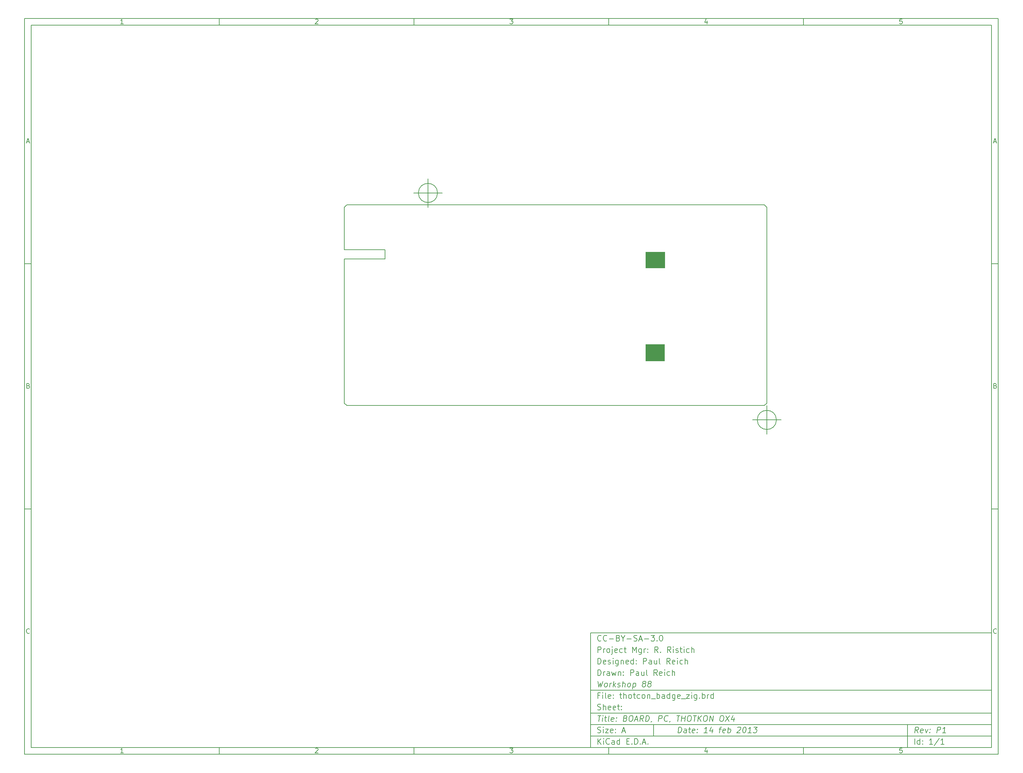
<source format=gbp>
G04 (created by PCBNEW (2012-11-15 BZR 3804)-stable) date Thu 14 Feb 2013 00:34:17 CST*
%MOIN*%
G04 Gerber Fmt 3.4, Leading zero omitted, Abs format*
%FSLAX34Y34*%
G01*
G70*
G90*
G04 APERTURE LIST*
%ADD10C,0.006*%
%ADD11C,0.00590551*%
%ADD12R,0.2X0.1*%
%ADD13C,0.002*%
%ADD14C,0.005*%
G04 APERTURE END LIST*
G54D10*
X-38750Y36250D02*
X63250Y36250D01*
X63250Y-40750D01*
X-38750Y-40750D01*
X-38750Y36250D01*
X-38050Y35550D02*
X62550Y35550D01*
X62550Y-40050D01*
X-38050Y-40050D01*
X-38050Y35550D01*
X-18350Y36250D02*
X-18350Y35550D01*
X-28407Y35697D02*
X-28692Y35697D01*
X-28550Y35697D02*
X-28550Y36197D01*
X-28597Y36126D01*
X-28645Y36078D01*
X-28692Y36054D01*
X-18350Y-40750D02*
X-18350Y-40050D01*
X-28407Y-40602D02*
X-28692Y-40602D01*
X-28550Y-40602D02*
X-28550Y-40102D01*
X-28597Y-40173D01*
X-28645Y-40221D01*
X-28692Y-40245D01*
X2050Y36250D02*
X2050Y35550D01*
X-8292Y36150D02*
X-8269Y36173D01*
X-8221Y36197D01*
X-8102Y36197D01*
X-8054Y36173D01*
X-8030Y36150D01*
X-8007Y36102D01*
X-8007Y36054D01*
X-8030Y35983D01*
X-8316Y35697D01*
X-8007Y35697D01*
X2050Y-40750D02*
X2050Y-40050D01*
X-8292Y-40150D02*
X-8269Y-40126D01*
X-8221Y-40102D01*
X-8102Y-40102D01*
X-8054Y-40126D01*
X-8030Y-40150D01*
X-8007Y-40197D01*
X-8007Y-40245D01*
X-8030Y-40316D01*
X-8316Y-40602D01*
X-8007Y-40602D01*
X22450Y36250D02*
X22450Y35550D01*
X12083Y36197D02*
X12392Y36197D01*
X12226Y36007D01*
X12297Y36007D01*
X12345Y35983D01*
X12369Y35959D01*
X12392Y35911D01*
X12392Y35792D01*
X12369Y35745D01*
X12345Y35721D01*
X12297Y35697D01*
X12154Y35697D01*
X12107Y35721D01*
X12083Y35745D01*
X22450Y-40750D02*
X22450Y-40050D01*
X12083Y-40102D02*
X12392Y-40102D01*
X12226Y-40292D01*
X12297Y-40292D01*
X12345Y-40316D01*
X12369Y-40340D01*
X12392Y-40388D01*
X12392Y-40507D01*
X12369Y-40554D01*
X12345Y-40578D01*
X12297Y-40602D01*
X12154Y-40602D01*
X12107Y-40578D01*
X12083Y-40554D01*
X42850Y36250D02*
X42850Y35550D01*
X32745Y36030D02*
X32745Y35697D01*
X32626Y36221D02*
X32507Y35864D01*
X32816Y35864D01*
X42850Y-40750D02*
X42850Y-40050D01*
X32745Y-40269D02*
X32745Y-40602D01*
X32626Y-40078D02*
X32507Y-40435D01*
X32816Y-40435D01*
X53169Y36197D02*
X52930Y36197D01*
X52907Y35959D01*
X52930Y35983D01*
X52978Y36007D01*
X53097Y36007D01*
X53145Y35983D01*
X53169Y35959D01*
X53192Y35911D01*
X53192Y35792D01*
X53169Y35745D01*
X53145Y35721D01*
X53097Y35697D01*
X52978Y35697D01*
X52930Y35721D01*
X52907Y35745D01*
X53169Y-40102D02*
X52930Y-40102D01*
X52907Y-40340D01*
X52930Y-40316D01*
X52978Y-40292D01*
X53097Y-40292D01*
X53145Y-40316D01*
X53169Y-40340D01*
X53192Y-40388D01*
X53192Y-40507D01*
X53169Y-40554D01*
X53145Y-40578D01*
X53097Y-40602D01*
X52978Y-40602D01*
X52930Y-40578D01*
X52907Y-40554D01*
X-38750Y10590D02*
X-38050Y10590D01*
X-38519Y23360D02*
X-38280Y23360D01*
X-38566Y23217D02*
X-38399Y23717D01*
X-38233Y23217D01*
X63250Y10590D02*
X62550Y10590D01*
X62780Y23360D02*
X63019Y23360D01*
X62733Y23217D02*
X62900Y23717D01*
X63066Y23217D01*
X-38750Y-15070D02*
X-38050Y-15070D01*
X-38364Y-2180D02*
X-38292Y-2204D01*
X-38269Y-2228D01*
X-38245Y-2275D01*
X-38245Y-2347D01*
X-38269Y-2394D01*
X-38292Y-2418D01*
X-38340Y-2442D01*
X-38530Y-2442D01*
X-38530Y-1942D01*
X-38364Y-1942D01*
X-38316Y-1966D01*
X-38292Y-1990D01*
X-38269Y-2037D01*
X-38269Y-2085D01*
X-38292Y-2132D01*
X-38316Y-2156D01*
X-38364Y-2180D01*
X-38530Y-2180D01*
X63250Y-15070D02*
X62550Y-15070D01*
X62935Y-2180D02*
X63007Y-2204D01*
X63030Y-2228D01*
X63054Y-2275D01*
X63054Y-2347D01*
X63030Y-2394D01*
X63007Y-2418D01*
X62959Y-2442D01*
X62769Y-2442D01*
X62769Y-1942D01*
X62935Y-1942D01*
X62983Y-1966D01*
X63007Y-1990D01*
X63030Y-2037D01*
X63030Y-2085D01*
X63007Y-2132D01*
X62983Y-2156D01*
X62935Y-2180D01*
X62769Y-2180D01*
X-38245Y-28054D02*
X-38269Y-28078D01*
X-38340Y-28102D01*
X-38388Y-28102D01*
X-38459Y-28078D01*
X-38507Y-28030D01*
X-38530Y-27983D01*
X-38554Y-27888D01*
X-38554Y-27816D01*
X-38530Y-27721D01*
X-38507Y-27673D01*
X-38459Y-27626D01*
X-38388Y-27602D01*
X-38340Y-27602D01*
X-38269Y-27626D01*
X-38245Y-27650D01*
X63054Y-28054D02*
X63030Y-28078D01*
X62959Y-28102D01*
X62911Y-28102D01*
X62840Y-28078D01*
X62792Y-28030D01*
X62769Y-27983D01*
X62745Y-27888D01*
X62745Y-27816D01*
X62769Y-27721D01*
X62792Y-27673D01*
X62840Y-27626D01*
X62911Y-27602D01*
X62959Y-27602D01*
X63030Y-27626D01*
X63054Y-27650D01*
X29700Y-38492D02*
X29775Y-37892D01*
X29917Y-37892D01*
X30000Y-37921D01*
X30050Y-37978D01*
X30071Y-38035D01*
X30085Y-38150D01*
X30075Y-38235D01*
X30032Y-38350D01*
X29996Y-38407D01*
X29932Y-38464D01*
X29842Y-38492D01*
X29700Y-38492D01*
X30557Y-38492D02*
X30596Y-38178D01*
X30575Y-38121D01*
X30521Y-38092D01*
X30407Y-38092D01*
X30346Y-38121D01*
X30560Y-38464D02*
X30500Y-38492D01*
X30357Y-38492D01*
X30303Y-38464D01*
X30282Y-38407D01*
X30289Y-38350D01*
X30325Y-38292D01*
X30385Y-38264D01*
X30528Y-38264D01*
X30589Y-38235D01*
X30807Y-38092D02*
X31035Y-38092D01*
X30917Y-37892D02*
X30853Y-38407D01*
X30875Y-38464D01*
X30928Y-38492D01*
X30985Y-38492D01*
X31417Y-38464D02*
X31357Y-38492D01*
X31242Y-38492D01*
X31189Y-38464D01*
X31167Y-38407D01*
X31196Y-38178D01*
X31232Y-38121D01*
X31292Y-38092D01*
X31407Y-38092D01*
X31460Y-38121D01*
X31482Y-38178D01*
X31475Y-38235D01*
X31182Y-38292D01*
X31707Y-38435D02*
X31732Y-38464D01*
X31700Y-38492D01*
X31675Y-38464D01*
X31707Y-38435D01*
X31700Y-38492D01*
X31746Y-38121D02*
X31771Y-38150D01*
X31739Y-38178D01*
X31714Y-38150D01*
X31746Y-38121D01*
X31739Y-38178D01*
X32757Y-38492D02*
X32414Y-38492D01*
X32585Y-38492D02*
X32660Y-37892D01*
X32592Y-37978D01*
X32528Y-38035D01*
X32467Y-38064D01*
X33321Y-38092D02*
X33271Y-38492D01*
X33207Y-37864D02*
X33010Y-38292D01*
X33382Y-38292D01*
X34007Y-38092D02*
X34235Y-38092D01*
X34042Y-38492D02*
X34107Y-37978D01*
X34142Y-37921D01*
X34203Y-37892D01*
X34260Y-37892D01*
X34617Y-38464D02*
X34557Y-38492D01*
X34442Y-38492D01*
X34389Y-38464D01*
X34367Y-38407D01*
X34396Y-38178D01*
X34432Y-38121D01*
X34492Y-38092D01*
X34607Y-38092D01*
X34660Y-38121D01*
X34682Y-38178D01*
X34675Y-38235D01*
X34382Y-38292D01*
X34900Y-38492D02*
X34975Y-37892D01*
X34946Y-38121D02*
X35007Y-38092D01*
X35121Y-38092D01*
X35175Y-38121D01*
X35200Y-38150D01*
X35221Y-38207D01*
X35200Y-38378D01*
X35164Y-38435D01*
X35132Y-38464D01*
X35071Y-38492D01*
X34957Y-38492D01*
X34903Y-38464D01*
X35939Y-37950D02*
X35971Y-37921D01*
X36032Y-37892D01*
X36175Y-37892D01*
X36228Y-37921D01*
X36253Y-37950D01*
X36275Y-38007D01*
X36267Y-38064D01*
X36228Y-38150D01*
X35842Y-38492D01*
X36214Y-38492D01*
X36660Y-37892D02*
X36717Y-37892D01*
X36771Y-37921D01*
X36796Y-37950D01*
X36817Y-38007D01*
X36832Y-38121D01*
X36814Y-38264D01*
X36771Y-38378D01*
X36735Y-38435D01*
X36703Y-38464D01*
X36642Y-38492D01*
X36585Y-38492D01*
X36532Y-38464D01*
X36507Y-38435D01*
X36485Y-38378D01*
X36471Y-38264D01*
X36489Y-38121D01*
X36532Y-38007D01*
X36567Y-37950D01*
X36600Y-37921D01*
X36660Y-37892D01*
X37357Y-38492D02*
X37014Y-38492D01*
X37185Y-38492D02*
X37260Y-37892D01*
X37192Y-37978D01*
X37128Y-38035D01*
X37067Y-38064D01*
X37632Y-37892D02*
X38003Y-37892D01*
X37775Y-38121D01*
X37860Y-38121D01*
X37914Y-38150D01*
X37939Y-38178D01*
X37960Y-38235D01*
X37942Y-38378D01*
X37907Y-38435D01*
X37875Y-38464D01*
X37814Y-38492D01*
X37642Y-38492D01*
X37589Y-38464D01*
X37564Y-38435D01*
X21292Y-39692D02*
X21292Y-39092D01*
X21635Y-39692D02*
X21378Y-39350D01*
X21635Y-39092D02*
X21292Y-39435D01*
X21892Y-39692D02*
X21892Y-39292D01*
X21892Y-39092D02*
X21864Y-39121D01*
X21892Y-39150D01*
X21921Y-39121D01*
X21892Y-39092D01*
X21892Y-39150D01*
X22521Y-39635D02*
X22492Y-39664D01*
X22407Y-39692D01*
X22350Y-39692D01*
X22264Y-39664D01*
X22207Y-39607D01*
X22178Y-39550D01*
X22150Y-39435D01*
X22150Y-39350D01*
X22178Y-39235D01*
X22207Y-39178D01*
X22264Y-39121D01*
X22350Y-39092D01*
X22407Y-39092D01*
X22492Y-39121D01*
X22521Y-39150D01*
X23035Y-39692D02*
X23035Y-39378D01*
X23007Y-39321D01*
X22950Y-39292D01*
X22835Y-39292D01*
X22778Y-39321D01*
X23035Y-39664D02*
X22978Y-39692D01*
X22835Y-39692D01*
X22778Y-39664D01*
X22750Y-39607D01*
X22750Y-39550D01*
X22778Y-39492D01*
X22835Y-39464D01*
X22978Y-39464D01*
X23035Y-39435D01*
X23578Y-39692D02*
X23578Y-39092D01*
X23578Y-39664D02*
X23521Y-39692D01*
X23407Y-39692D01*
X23350Y-39664D01*
X23321Y-39635D01*
X23292Y-39578D01*
X23292Y-39407D01*
X23321Y-39350D01*
X23350Y-39321D01*
X23407Y-39292D01*
X23521Y-39292D01*
X23578Y-39321D01*
X24321Y-39378D02*
X24521Y-39378D01*
X24607Y-39692D02*
X24321Y-39692D01*
X24321Y-39092D01*
X24607Y-39092D01*
X24864Y-39635D02*
X24892Y-39664D01*
X24864Y-39692D01*
X24835Y-39664D01*
X24864Y-39635D01*
X24864Y-39692D01*
X25149Y-39692D02*
X25149Y-39092D01*
X25292Y-39092D01*
X25378Y-39121D01*
X25435Y-39178D01*
X25464Y-39235D01*
X25492Y-39350D01*
X25492Y-39435D01*
X25464Y-39550D01*
X25435Y-39607D01*
X25378Y-39664D01*
X25292Y-39692D01*
X25149Y-39692D01*
X25749Y-39635D02*
X25778Y-39664D01*
X25749Y-39692D01*
X25721Y-39664D01*
X25749Y-39635D01*
X25749Y-39692D01*
X26007Y-39521D02*
X26292Y-39521D01*
X25949Y-39692D02*
X26149Y-39092D01*
X26349Y-39692D01*
X26549Y-39635D02*
X26578Y-39664D01*
X26549Y-39692D01*
X26521Y-39664D01*
X26549Y-39635D01*
X26549Y-39692D01*
X54842Y-38492D02*
X54678Y-38207D01*
X54500Y-38492D02*
X54575Y-37892D01*
X54803Y-37892D01*
X54857Y-37921D01*
X54882Y-37950D01*
X54903Y-38007D01*
X54892Y-38092D01*
X54857Y-38150D01*
X54825Y-38178D01*
X54764Y-38207D01*
X54535Y-38207D01*
X55332Y-38464D02*
X55271Y-38492D01*
X55157Y-38492D01*
X55103Y-38464D01*
X55082Y-38407D01*
X55110Y-38178D01*
X55146Y-38121D01*
X55207Y-38092D01*
X55321Y-38092D01*
X55375Y-38121D01*
X55396Y-38178D01*
X55389Y-38235D01*
X55096Y-38292D01*
X55607Y-38092D02*
X55700Y-38492D01*
X55892Y-38092D01*
X56078Y-38435D02*
X56103Y-38464D01*
X56071Y-38492D01*
X56046Y-38464D01*
X56078Y-38435D01*
X56071Y-38492D01*
X56117Y-38121D02*
X56142Y-38150D01*
X56110Y-38178D01*
X56085Y-38150D01*
X56117Y-38121D01*
X56110Y-38178D01*
X56814Y-38492D02*
X56889Y-37892D01*
X57117Y-37892D01*
X57171Y-37921D01*
X57196Y-37950D01*
X57217Y-38007D01*
X57207Y-38092D01*
X57171Y-38150D01*
X57139Y-38178D01*
X57078Y-38207D01*
X56850Y-38207D01*
X57728Y-38492D02*
X57385Y-38492D01*
X57557Y-38492D02*
X57632Y-37892D01*
X57564Y-37978D01*
X57500Y-38035D01*
X57439Y-38064D01*
X21264Y-38464D02*
X21350Y-38492D01*
X21492Y-38492D01*
X21550Y-38464D01*
X21578Y-38435D01*
X21607Y-38378D01*
X21607Y-38321D01*
X21578Y-38264D01*
X21550Y-38235D01*
X21492Y-38207D01*
X21378Y-38178D01*
X21321Y-38150D01*
X21292Y-38121D01*
X21264Y-38064D01*
X21264Y-38007D01*
X21292Y-37950D01*
X21321Y-37921D01*
X21378Y-37892D01*
X21521Y-37892D01*
X21607Y-37921D01*
X21864Y-38492D02*
X21864Y-38092D01*
X21864Y-37892D02*
X21835Y-37921D01*
X21864Y-37950D01*
X21892Y-37921D01*
X21864Y-37892D01*
X21864Y-37950D01*
X22092Y-38092D02*
X22407Y-38092D01*
X22092Y-38492D01*
X22407Y-38492D01*
X22864Y-38464D02*
X22807Y-38492D01*
X22692Y-38492D01*
X22635Y-38464D01*
X22607Y-38407D01*
X22607Y-38178D01*
X22635Y-38121D01*
X22692Y-38092D01*
X22807Y-38092D01*
X22864Y-38121D01*
X22892Y-38178D01*
X22892Y-38235D01*
X22607Y-38292D01*
X23150Y-38435D02*
X23178Y-38464D01*
X23150Y-38492D01*
X23121Y-38464D01*
X23150Y-38435D01*
X23150Y-38492D01*
X23150Y-38121D02*
X23178Y-38150D01*
X23150Y-38178D01*
X23121Y-38150D01*
X23150Y-38121D01*
X23150Y-38178D01*
X23864Y-38321D02*
X24150Y-38321D01*
X23807Y-38492D02*
X24007Y-37892D01*
X24207Y-38492D01*
X54492Y-39692D02*
X54492Y-39092D01*
X55035Y-39692D02*
X55035Y-39092D01*
X55035Y-39664D02*
X54978Y-39692D01*
X54864Y-39692D01*
X54807Y-39664D01*
X54778Y-39635D01*
X54750Y-39578D01*
X54750Y-39407D01*
X54778Y-39350D01*
X54807Y-39321D01*
X54864Y-39292D01*
X54978Y-39292D01*
X55035Y-39321D01*
X55321Y-39635D02*
X55350Y-39664D01*
X55321Y-39692D01*
X55292Y-39664D01*
X55321Y-39635D01*
X55321Y-39692D01*
X55321Y-39321D02*
X55350Y-39350D01*
X55321Y-39378D01*
X55292Y-39350D01*
X55321Y-39321D01*
X55321Y-39378D01*
X56378Y-39692D02*
X56035Y-39692D01*
X56207Y-39692D02*
X56207Y-39092D01*
X56149Y-39178D01*
X56092Y-39235D01*
X56035Y-39264D01*
X57064Y-39064D02*
X56550Y-39835D01*
X57578Y-39692D02*
X57235Y-39692D01*
X57407Y-39692D02*
X57407Y-39092D01*
X57349Y-39178D01*
X57292Y-39235D01*
X57235Y-39264D01*
X21289Y-36692D02*
X21632Y-36692D01*
X21385Y-37292D02*
X21460Y-36692D01*
X21757Y-37292D02*
X21807Y-36892D01*
X21832Y-36692D02*
X21800Y-36721D01*
X21825Y-36750D01*
X21857Y-36721D01*
X21832Y-36692D01*
X21825Y-36750D01*
X22007Y-36892D02*
X22235Y-36892D01*
X22117Y-36692D02*
X22053Y-37207D01*
X22075Y-37264D01*
X22128Y-37292D01*
X22185Y-37292D01*
X22471Y-37292D02*
X22417Y-37264D01*
X22396Y-37207D01*
X22460Y-36692D01*
X22932Y-37264D02*
X22871Y-37292D01*
X22757Y-37292D01*
X22703Y-37264D01*
X22682Y-37207D01*
X22710Y-36978D01*
X22746Y-36921D01*
X22807Y-36892D01*
X22921Y-36892D01*
X22975Y-36921D01*
X22996Y-36978D01*
X22989Y-37035D01*
X22696Y-37092D01*
X23221Y-37235D02*
X23246Y-37264D01*
X23214Y-37292D01*
X23189Y-37264D01*
X23221Y-37235D01*
X23214Y-37292D01*
X23260Y-36921D02*
X23285Y-36950D01*
X23253Y-36978D01*
X23228Y-36950D01*
X23260Y-36921D01*
X23253Y-36978D01*
X24196Y-36978D02*
X24278Y-37007D01*
X24303Y-37035D01*
X24325Y-37092D01*
X24314Y-37178D01*
X24278Y-37235D01*
X24246Y-37264D01*
X24185Y-37292D01*
X23957Y-37292D01*
X24032Y-36692D01*
X24232Y-36692D01*
X24285Y-36721D01*
X24310Y-36750D01*
X24332Y-36807D01*
X24325Y-36864D01*
X24289Y-36921D01*
X24257Y-36950D01*
X24196Y-36978D01*
X23996Y-36978D01*
X24746Y-36692D02*
X24860Y-36692D01*
X24914Y-36721D01*
X24964Y-36778D01*
X24978Y-36892D01*
X24953Y-37092D01*
X24910Y-37207D01*
X24846Y-37264D01*
X24785Y-37292D01*
X24671Y-37292D01*
X24617Y-37264D01*
X24567Y-37207D01*
X24553Y-37092D01*
X24578Y-36892D01*
X24621Y-36778D01*
X24685Y-36721D01*
X24746Y-36692D01*
X25178Y-37121D02*
X25464Y-37121D01*
X25100Y-37292D02*
X25375Y-36692D01*
X25500Y-37292D01*
X26042Y-37292D02*
X25878Y-37007D01*
X25700Y-37292D02*
X25775Y-36692D01*
X26003Y-36692D01*
X26057Y-36721D01*
X26082Y-36750D01*
X26103Y-36807D01*
X26092Y-36892D01*
X26057Y-36950D01*
X26025Y-36978D01*
X25964Y-37007D01*
X25735Y-37007D01*
X26300Y-37292D02*
X26375Y-36692D01*
X26517Y-36692D01*
X26600Y-36721D01*
X26650Y-36778D01*
X26671Y-36835D01*
X26685Y-36950D01*
X26675Y-37035D01*
X26632Y-37150D01*
X26596Y-37207D01*
X26532Y-37264D01*
X26442Y-37292D01*
X26300Y-37292D01*
X26932Y-37264D02*
X26928Y-37292D01*
X26892Y-37350D01*
X26860Y-37378D01*
X27642Y-37292D02*
X27717Y-36692D01*
X27946Y-36692D01*
X27999Y-36721D01*
X28025Y-36750D01*
X28046Y-36807D01*
X28035Y-36892D01*
X28000Y-36950D01*
X27967Y-36978D01*
X27907Y-37007D01*
X27678Y-37007D01*
X28592Y-37235D02*
X28560Y-37264D01*
X28471Y-37292D01*
X28414Y-37292D01*
X28332Y-37264D01*
X28282Y-37207D01*
X28260Y-37150D01*
X28246Y-37035D01*
X28257Y-36950D01*
X28300Y-36835D01*
X28335Y-36778D01*
X28399Y-36721D01*
X28489Y-36692D01*
X28546Y-36692D01*
X28628Y-36721D01*
X28653Y-36750D01*
X28875Y-37264D02*
X28871Y-37292D01*
X28835Y-37350D01*
X28803Y-37378D01*
X29575Y-36692D02*
X29917Y-36692D01*
X29671Y-37292D02*
X29746Y-36692D01*
X30042Y-37292D02*
X30117Y-36692D01*
X30082Y-36978D02*
X30425Y-36978D01*
X30385Y-37292D02*
X30460Y-36692D01*
X30860Y-36692D02*
X30975Y-36692D01*
X31028Y-36721D01*
X31078Y-36778D01*
X31092Y-36892D01*
X31067Y-37092D01*
X31024Y-37207D01*
X30960Y-37264D01*
X30900Y-37292D01*
X30785Y-37292D01*
X30732Y-37264D01*
X30682Y-37207D01*
X30667Y-37092D01*
X30692Y-36892D01*
X30735Y-36778D01*
X30799Y-36721D01*
X30860Y-36692D01*
X31289Y-36692D02*
X31632Y-36692D01*
X31385Y-37292D02*
X31460Y-36692D01*
X31757Y-37292D02*
X31832Y-36692D01*
X32099Y-37292D02*
X31885Y-36950D01*
X32174Y-36692D02*
X31789Y-37035D01*
X32546Y-36692D02*
X32660Y-36692D01*
X32714Y-36721D01*
X32764Y-36778D01*
X32778Y-36892D01*
X32753Y-37092D01*
X32710Y-37207D01*
X32646Y-37264D01*
X32585Y-37292D01*
X32471Y-37292D01*
X32417Y-37264D01*
X32367Y-37207D01*
X32353Y-37092D01*
X32378Y-36892D01*
X32421Y-36778D01*
X32485Y-36721D01*
X32546Y-36692D01*
X32985Y-37292D02*
X33060Y-36692D01*
X33328Y-37292D01*
X33403Y-36692D01*
X34260Y-36692D02*
X34374Y-36692D01*
X34428Y-36721D01*
X34478Y-36778D01*
X34492Y-36892D01*
X34467Y-37092D01*
X34424Y-37207D01*
X34360Y-37264D01*
X34299Y-37292D01*
X34185Y-37292D01*
X34132Y-37264D01*
X34082Y-37207D01*
X34067Y-37092D01*
X34092Y-36892D01*
X34135Y-36778D01*
X34199Y-36721D01*
X34260Y-36692D01*
X34717Y-36692D02*
X35042Y-37292D01*
X35117Y-36692D02*
X34642Y-37292D01*
X35578Y-36892D02*
X35528Y-37292D01*
X35464Y-36664D02*
X35267Y-37092D01*
X35639Y-37092D01*
X21492Y-34578D02*
X21292Y-34578D01*
X21292Y-34892D02*
X21292Y-34292D01*
X21578Y-34292D01*
X21807Y-34892D02*
X21807Y-34492D01*
X21807Y-34292D02*
X21778Y-34321D01*
X21807Y-34350D01*
X21835Y-34321D01*
X21807Y-34292D01*
X21807Y-34350D01*
X22178Y-34892D02*
X22121Y-34864D01*
X22092Y-34807D01*
X22092Y-34292D01*
X22635Y-34864D02*
X22578Y-34892D01*
X22464Y-34892D01*
X22407Y-34864D01*
X22378Y-34807D01*
X22378Y-34578D01*
X22407Y-34521D01*
X22464Y-34492D01*
X22578Y-34492D01*
X22635Y-34521D01*
X22664Y-34578D01*
X22664Y-34635D01*
X22378Y-34692D01*
X22921Y-34835D02*
X22950Y-34864D01*
X22921Y-34892D01*
X22892Y-34864D01*
X22921Y-34835D01*
X22921Y-34892D01*
X22921Y-34521D02*
X22950Y-34550D01*
X22921Y-34578D01*
X22892Y-34550D01*
X22921Y-34521D01*
X22921Y-34578D01*
X23578Y-34492D02*
X23807Y-34492D01*
X23664Y-34292D02*
X23664Y-34807D01*
X23692Y-34864D01*
X23750Y-34892D01*
X23807Y-34892D01*
X24007Y-34892D02*
X24007Y-34292D01*
X24264Y-34892D02*
X24264Y-34578D01*
X24235Y-34521D01*
X24178Y-34492D01*
X24092Y-34492D01*
X24035Y-34521D01*
X24007Y-34550D01*
X24635Y-34892D02*
X24578Y-34864D01*
X24550Y-34835D01*
X24521Y-34778D01*
X24521Y-34607D01*
X24550Y-34550D01*
X24578Y-34521D01*
X24635Y-34492D01*
X24721Y-34492D01*
X24778Y-34521D01*
X24807Y-34550D01*
X24835Y-34607D01*
X24835Y-34778D01*
X24807Y-34835D01*
X24778Y-34864D01*
X24721Y-34892D01*
X24635Y-34892D01*
X25007Y-34492D02*
X25235Y-34492D01*
X25092Y-34292D02*
X25092Y-34807D01*
X25121Y-34864D01*
X25178Y-34892D01*
X25235Y-34892D01*
X25692Y-34864D02*
X25635Y-34892D01*
X25521Y-34892D01*
X25464Y-34864D01*
X25435Y-34835D01*
X25407Y-34778D01*
X25407Y-34607D01*
X25435Y-34550D01*
X25464Y-34521D01*
X25521Y-34492D01*
X25635Y-34492D01*
X25692Y-34521D01*
X26035Y-34892D02*
X25978Y-34864D01*
X25950Y-34835D01*
X25921Y-34778D01*
X25921Y-34607D01*
X25950Y-34550D01*
X25978Y-34521D01*
X26035Y-34492D01*
X26121Y-34492D01*
X26178Y-34521D01*
X26207Y-34550D01*
X26235Y-34607D01*
X26235Y-34778D01*
X26207Y-34835D01*
X26178Y-34864D01*
X26121Y-34892D01*
X26035Y-34892D01*
X26492Y-34492D02*
X26492Y-34892D01*
X26492Y-34550D02*
X26521Y-34521D01*
X26578Y-34492D01*
X26664Y-34492D01*
X26721Y-34521D01*
X26750Y-34578D01*
X26750Y-34892D01*
X26892Y-34950D02*
X27350Y-34950D01*
X27492Y-34892D02*
X27492Y-34292D01*
X27492Y-34521D02*
X27550Y-34492D01*
X27664Y-34492D01*
X27721Y-34521D01*
X27750Y-34550D01*
X27778Y-34607D01*
X27778Y-34778D01*
X27750Y-34835D01*
X27721Y-34864D01*
X27664Y-34892D01*
X27550Y-34892D01*
X27492Y-34864D01*
X28292Y-34892D02*
X28292Y-34578D01*
X28264Y-34521D01*
X28207Y-34492D01*
X28092Y-34492D01*
X28035Y-34521D01*
X28292Y-34864D02*
X28235Y-34892D01*
X28092Y-34892D01*
X28035Y-34864D01*
X28007Y-34807D01*
X28007Y-34750D01*
X28035Y-34692D01*
X28092Y-34664D01*
X28235Y-34664D01*
X28292Y-34635D01*
X28835Y-34892D02*
X28835Y-34292D01*
X28835Y-34864D02*
X28778Y-34892D01*
X28664Y-34892D01*
X28607Y-34864D01*
X28578Y-34835D01*
X28550Y-34778D01*
X28550Y-34607D01*
X28578Y-34550D01*
X28607Y-34521D01*
X28664Y-34492D01*
X28778Y-34492D01*
X28835Y-34521D01*
X29378Y-34492D02*
X29378Y-34978D01*
X29350Y-35035D01*
X29321Y-35064D01*
X29264Y-35092D01*
X29178Y-35092D01*
X29121Y-35064D01*
X29378Y-34864D02*
X29321Y-34892D01*
X29207Y-34892D01*
X29150Y-34864D01*
X29121Y-34835D01*
X29092Y-34778D01*
X29092Y-34607D01*
X29121Y-34550D01*
X29150Y-34521D01*
X29207Y-34492D01*
X29321Y-34492D01*
X29378Y-34521D01*
X29892Y-34864D02*
X29835Y-34892D01*
X29721Y-34892D01*
X29664Y-34864D01*
X29635Y-34807D01*
X29635Y-34578D01*
X29664Y-34521D01*
X29721Y-34492D01*
X29835Y-34492D01*
X29892Y-34521D01*
X29921Y-34578D01*
X29921Y-34635D01*
X29635Y-34692D01*
X30035Y-34950D02*
X30492Y-34950D01*
X30578Y-34492D02*
X30892Y-34492D01*
X30578Y-34892D01*
X30892Y-34892D01*
X31121Y-34892D02*
X31121Y-34492D01*
X31121Y-34292D02*
X31092Y-34321D01*
X31121Y-34350D01*
X31150Y-34321D01*
X31121Y-34292D01*
X31121Y-34350D01*
X31664Y-34492D02*
X31664Y-34978D01*
X31635Y-35035D01*
X31607Y-35064D01*
X31549Y-35092D01*
X31464Y-35092D01*
X31407Y-35064D01*
X31664Y-34864D02*
X31607Y-34892D01*
X31492Y-34892D01*
X31435Y-34864D01*
X31407Y-34835D01*
X31378Y-34778D01*
X31378Y-34607D01*
X31407Y-34550D01*
X31435Y-34521D01*
X31492Y-34492D01*
X31607Y-34492D01*
X31664Y-34521D01*
X31949Y-34835D02*
X31978Y-34864D01*
X31949Y-34892D01*
X31921Y-34864D01*
X31949Y-34835D01*
X31949Y-34892D01*
X32235Y-34892D02*
X32235Y-34292D01*
X32235Y-34521D02*
X32292Y-34492D01*
X32407Y-34492D01*
X32464Y-34521D01*
X32492Y-34550D01*
X32521Y-34607D01*
X32521Y-34778D01*
X32492Y-34835D01*
X32464Y-34864D01*
X32407Y-34892D01*
X32292Y-34892D01*
X32235Y-34864D01*
X32778Y-34892D02*
X32778Y-34492D01*
X32778Y-34607D02*
X32807Y-34550D01*
X32835Y-34521D01*
X32892Y-34492D01*
X32949Y-34492D01*
X33407Y-34892D02*
X33407Y-34292D01*
X33407Y-34864D02*
X33349Y-34892D01*
X33235Y-34892D01*
X33178Y-34864D01*
X33149Y-34835D01*
X33121Y-34778D01*
X33121Y-34607D01*
X33149Y-34550D01*
X33178Y-34521D01*
X33235Y-34492D01*
X33349Y-34492D01*
X33407Y-34521D01*
X21264Y-36064D02*
X21350Y-36092D01*
X21492Y-36092D01*
X21550Y-36064D01*
X21578Y-36035D01*
X21607Y-35978D01*
X21607Y-35921D01*
X21578Y-35864D01*
X21550Y-35835D01*
X21492Y-35807D01*
X21378Y-35778D01*
X21321Y-35750D01*
X21292Y-35721D01*
X21264Y-35664D01*
X21264Y-35607D01*
X21292Y-35550D01*
X21321Y-35521D01*
X21378Y-35492D01*
X21521Y-35492D01*
X21607Y-35521D01*
X21864Y-36092D02*
X21864Y-35492D01*
X22121Y-36092D02*
X22121Y-35778D01*
X22092Y-35721D01*
X22035Y-35692D01*
X21950Y-35692D01*
X21892Y-35721D01*
X21864Y-35750D01*
X22635Y-36064D02*
X22578Y-36092D01*
X22464Y-36092D01*
X22407Y-36064D01*
X22378Y-36007D01*
X22378Y-35778D01*
X22407Y-35721D01*
X22464Y-35692D01*
X22578Y-35692D01*
X22635Y-35721D01*
X22664Y-35778D01*
X22664Y-35835D01*
X22378Y-35892D01*
X23150Y-36064D02*
X23092Y-36092D01*
X22978Y-36092D01*
X22921Y-36064D01*
X22892Y-36007D01*
X22892Y-35778D01*
X22921Y-35721D01*
X22978Y-35692D01*
X23092Y-35692D01*
X23150Y-35721D01*
X23178Y-35778D01*
X23178Y-35835D01*
X22892Y-35892D01*
X23350Y-35692D02*
X23578Y-35692D01*
X23435Y-35492D02*
X23435Y-36007D01*
X23464Y-36064D01*
X23521Y-36092D01*
X23578Y-36092D01*
X23778Y-36035D02*
X23807Y-36064D01*
X23778Y-36092D01*
X23750Y-36064D01*
X23778Y-36035D01*
X23778Y-36092D01*
X23778Y-35721D02*
X23807Y-35750D01*
X23778Y-35778D01*
X23750Y-35750D01*
X23778Y-35721D01*
X23778Y-35778D01*
X21317Y-33092D02*
X21385Y-33692D01*
X21553Y-33264D01*
X21614Y-33692D01*
X21832Y-33092D01*
X22071Y-33692D02*
X22017Y-33664D01*
X21992Y-33635D01*
X21971Y-33578D01*
X21992Y-33407D01*
X22028Y-33350D01*
X22060Y-33321D01*
X22121Y-33292D01*
X22207Y-33292D01*
X22260Y-33321D01*
X22285Y-33350D01*
X22307Y-33407D01*
X22285Y-33578D01*
X22250Y-33635D01*
X22217Y-33664D01*
X22157Y-33692D01*
X22071Y-33692D01*
X22528Y-33692D02*
X22578Y-33292D01*
X22564Y-33407D02*
X22600Y-33350D01*
X22632Y-33321D01*
X22692Y-33292D01*
X22750Y-33292D01*
X22900Y-33692D02*
X22975Y-33092D01*
X22985Y-33464D02*
X23128Y-33692D01*
X23178Y-33292D02*
X22921Y-33521D01*
X23360Y-33664D02*
X23414Y-33692D01*
X23528Y-33692D01*
X23589Y-33664D01*
X23625Y-33607D01*
X23628Y-33578D01*
X23607Y-33521D01*
X23553Y-33492D01*
X23467Y-33492D01*
X23414Y-33464D01*
X23392Y-33407D01*
X23396Y-33378D01*
X23432Y-33321D01*
X23492Y-33292D01*
X23578Y-33292D01*
X23632Y-33321D01*
X23871Y-33692D02*
X23946Y-33092D01*
X24128Y-33692D02*
X24167Y-33378D01*
X24146Y-33321D01*
X24092Y-33292D01*
X24007Y-33292D01*
X23946Y-33321D01*
X23914Y-33350D01*
X24499Y-33692D02*
X24446Y-33664D01*
X24421Y-33635D01*
X24400Y-33578D01*
X24421Y-33407D01*
X24457Y-33350D01*
X24489Y-33321D01*
X24549Y-33292D01*
X24635Y-33292D01*
X24689Y-33321D01*
X24714Y-33350D01*
X24735Y-33407D01*
X24714Y-33578D01*
X24678Y-33635D01*
X24646Y-33664D01*
X24585Y-33692D01*
X24499Y-33692D01*
X25007Y-33292D02*
X24932Y-33892D01*
X25003Y-33321D02*
X25064Y-33292D01*
X25178Y-33292D01*
X25232Y-33321D01*
X25257Y-33350D01*
X25278Y-33407D01*
X25257Y-33578D01*
X25221Y-33635D01*
X25189Y-33664D01*
X25128Y-33692D01*
X25014Y-33692D01*
X24960Y-33664D01*
X26085Y-33350D02*
X26032Y-33321D01*
X26007Y-33292D01*
X25985Y-33235D01*
X25989Y-33207D01*
X26024Y-33150D01*
X26057Y-33121D01*
X26117Y-33092D01*
X26232Y-33092D01*
X26285Y-33121D01*
X26310Y-33150D01*
X26332Y-33207D01*
X26328Y-33235D01*
X26292Y-33292D01*
X26260Y-33321D01*
X26199Y-33350D01*
X26085Y-33350D01*
X26025Y-33378D01*
X25992Y-33407D01*
X25957Y-33464D01*
X25942Y-33578D01*
X25964Y-33635D01*
X25989Y-33664D01*
X26042Y-33692D01*
X26157Y-33692D01*
X26217Y-33664D01*
X26249Y-33635D01*
X26285Y-33578D01*
X26299Y-33464D01*
X26278Y-33407D01*
X26253Y-33378D01*
X26199Y-33350D01*
X26657Y-33350D02*
X26603Y-33321D01*
X26578Y-33292D01*
X26557Y-33235D01*
X26560Y-33207D01*
X26596Y-33150D01*
X26628Y-33121D01*
X26689Y-33092D01*
X26803Y-33092D01*
X26857Y-33121D01*
X26882Y-33150D01*
X26903Y-33207D01*
X26900Y-33235D01*
X26864Y-33292D01*
X26832Y-33321D01*
X26771Y-33350D01*
X26657Y-33350D01*
X26596Y-33378D01*
X26564Y-33407D01*
X26528Y-33464D01*
X26514Y-33578D01*
X26535Y-33635D01*
X26560Y-33664D01*
X26614Y-33692D01*
X26728Y-33692D01*
X26789Y-33664D01*
X26821Y-33635D01*
X26857Y-33578D01*
X26871Y-33464D01*
X26849Y-33407D01*
X26825Y-33378D01*
X26771Y-33350D01*
X21292Y-32492D02*
X21292Y-31892D01*
X21435Y-31892D01*
X21521Y-31921D01*
X21578Y-31978D01*
X21607Y-32035D01*
X21635Y-32150D01*
X21635Y-32235D01*
X21607Y-32350D01*
X21578Y-32407D01*
X21521Y-32464D01*
X21435Y-32492D01*
X21292Y-32492D01*
X21892Y-32492D02*
X21892Y-32092D01*
X21892Y-32207D02*
X21921Y-32150D01*
X21950Y-32121D01*
X22007Y-32092D01*
X22064Y-32092D01*
X22521Y-32492D02*
X22521Y-32178D01*
X22492Y-32121D01*
X22435Y-32092D01*
X22321Y-32092D01*
X22264Y-32121D01*
X22521Y-32464D02*
X22464Y-32492D01*
X22321Y-32492D01*
X22264Y-32464D01*
X22235Y-32407D01*
X22235Y-32350D01*
X22264Y-32292D01*
X22321Y-32264D01*
X22464Y-32264D01*
X22521Y-32235D01*
X22750Y-32092D02*
X22864Y-32492D01*
X22978Y-32207D01*
X23092Y-32492D01*
X23207Y-32092D01*
X23435Y-32092D02*
X23435Y-32492D01*
X23435Y-32150D02*
X23464Y-32121D01*
X23521Y-32092D01*
X23607Y-32092D01*
X23664Y-32121D01*
X23692Y-32178D01*
X23692Y-32492D01*
X23978Y-32435D02*
X24007Y-32464D01*
X23978Y-32492D01*
X23950Y-32464D01*
X23978Y-32435D01*
X23978Y-32492D01*
X23978Y-32121D02*
X24007Y-32150D01*
X23978Y-32178D01*
X23950Y-32150D01*
X23978Y-32121D01*
X23978Y-32178D01*
X24721Y-32492D02*
X24721Y-31892D01*
X24950Y-31892D01*
X25007Y-31921D01*
X25035Y-31950D01*
X25064Y-32007D01*
X25064Y-32092D01*
X25035Y-32150D01*
X25007Y-32178D01*
X24950Y-32207D01*
X24721Y-32207D01*
X25578Y-32492D02*
X25578Y-32178D01*
X25550Y-32121D01*
X25492Y-32092D01*
X25378Y-32092D01*
X25321Y-32121D01*
X25578Y-32464D02*
X25521Y-32492D01*
X25378Y-32492D01*
X25321Y-32464D01*
X25292Y-32407D01*
X25292Y-32350D01*
X25321Y-32292D01*
X25378Y-32264D01*
X25521Y-32264D01*
X25578Y-32235D01*
X26121Y-32092D02*
X26121Y-32492D01*
X25864Y-32092D02*
X25864Y-32407D01*
X25892Y-32464D01*
X25949Y-32492D01*
X26035Y-32492D01*
X26092Y-32464D01*
X26121Y-32435D01*
X26492Y-32492D02*
X26435Y-32464D01*
X26407Y-32407D01*
X26407Y-31892D01*
X27521Y-32492D02*
X27321Y-32207D01*
X27178Y-32492D02*
X27178Y-31892D01*
X27407Y-31892D01*
X27464Y-31921D01*
X27492Y-31950D01*
X27521Y-32007D01*
X27521Y-32092D01*
X27492Y-32150D01*
X27464Y-32178D01*
X27407Y-32207D01*
X27178Y-32207D01*
X28007Y-32464D02*
X27950Y-32492D01*
X27835Y-32492D01*
X27778Y-32464D01*
X27750Y-32407D01*
X27750Y-32178D01*
X27778Y-32121D01*
X27835Y-32092D01*
X27950Y-32092D01*
X28007Y-32121D01*
X28035Y-32178D01*
X28035Y-32235D01*
X27750Y-32292D01*
X28292Y-32492D02*
X28292Y-32092D01*
X28292Y-31892D02*
X28264Y-31921D01*
X28292Y-31950D01*
X28321Y-31921D01*
X28292Y-31892D01*
X28292Y-31950D01*
X28835Y-32464D02*
X28778Y-32492D01*
X28664Y-32492D01*
X28607Y-32464D01*
X28578Y-32435D01*
X28550Y-32378D01*
X28550Y-32207D01*
X28578Y-32150D01*
X28607Y-32121D01*
X28664Y-32092D01*
X28778Y-32092D01*
X28835Y-32121D01*
X29092Y-32492D02*
X29092Y-31892D01*
X29350Y-32492D02*
X29350Y-32178D01*
X29321Y-32121D01*
X29264Y-32092D01*
X29178Y-32092D01*
X29121Y-32121D01*
X29092Y-32150D01*
X21292Y-31292D02*
X21292Y-30692D01*
X21435Y-30692D01*
X21521Y-30721D01*
X21578Y-30778D01*
X21607Y-30835D01*
X21635Y-30950D01*
X21635Y-31035D01*
X21607Y-31150D01*
X21578Y-31207D01*
X21521Y-31264D01*
X21435Y-31292D01*
X21292Y-31292D01*
X22121Y-31264D02*
X22064Y-31292D01*
X21950Y-31292D01*
X21892Y-31264D01*
X21864Y-31207D01*
X21864Y-30978D01*
X21892Y-30921D01*
X21950Y-30892D01*
X22064Y-30892D01*
X22121Y-30921D01*
X22150Y-30978D01*
X22150Y-31035D01*
X21864Y-31092D01*
X22378Y-31264D02*
X22435Y-31292D01*
X22550Y-31292D01*
X22607Y-31264D01*
X22635Y-31207D01*
X22635Y-31178D01*
X22607Y-31121D01*
X22550Y-31092D01*
X22464Y-31092D01*
X22407Y-31064D01*
X22378Y-31007D01*
X22378Y-30978D01*
X22407Y-30921D01*
X22464Y-30892D01*
X22550Y-30892D01*
X22607Y-30921D01*
X22892Y-31292D02*
X22892Y-30892D01*
X22892Y-30692D02*
X22864Y-30721D01*
X22892Y-30750D01*
X22921Y-30721D01*
X22892Y-30692D01*
X22892Y-30750D01*
X23435Y-30892D02*
X23435Y-31378D01*
X23407Y-31435D01*
X23378Y-31464D01*
X23321Y-31492D01*
X23235Y-31492D01*
X23178Y-31464D01*
X23435Y-31264D02*
X23378Y-31292D01*
X23264Y-31292D01*
X23207Y-31264D01*
X23178Y-31235D01*
X23150Y-31178D01*
X23150Y-31007D01*
X23178Y-30950D01*
X23207Y-30921D01*
X23264Y-30892D01*
X23378Y-30892D01*
X23435Y-30921D01*
X23721Y-30892D02*
X23721Y-31292D01*
X23721Y-30950D02*
X23750Y-30921D01*
X23807Y-30892D01*
X23892Y-30892D01*
X23950Y-30921D01*
X23978Y-30978D01*
X23978Y-31292D01*
X24492Y-31264D02*
X24435Y-31292D01*
X24321Y-31292D01*
X24264Y-31264D01*
X24235Y-31207D01*
X24235Y-30978D01*
X24264Y-30921D01*
X24321Y-30892D01*
X24435Y-30892D01*
X24492Y-30921D01*
X24521Y-30978D01*
X24521Y-31035D01*
X24235Y-31092D01*
X25035Y-31292D02*
X25035Y-30692D01*
X25035Y-31264D02*
X24978Y-31292D01*
X24864Y-31292D01*
X24807Y-31264D01*
X24778Y-31235D01*
X24750Y-31178D01*
X24750Y-31007D01*
X24778Y-30950D01*
X24807Y-30921D01*
X24864Y-30892D01*
X24978Y-30892D01*
X25035Y-30921D01*
X25321Y-31235D02*
X25350Y-31264D01*
X25321Y-31292D01*
X25292Y-31264D01*
X25321Y-31235D01*
X25321Y-31292D01*
X25321Y-30921D02*
X25350Y-30950D01*
X25321Y-30978D01*
X25292Y-30950D01*
X25321Y-30921D01*
X25321Y-30978D01*
X26064Y-31292D02*
X26064Y-30692D01*
X26292Y-30692D01*
X26349Y-30721D01*
X26378Y-30750D01*
X26407Y-30807D01*
X26407Y-30892D01*
X26378Y-30950D01*
X26349Y-30978D01*
X26292Y-31007D01*
X26064Y-31007D01*
X26921Y-31292D02*
X26921Y-30978D01*
X26892Y-30921D01*
X26835Y-30892D01*
X26721Y-30892D01*
X26664Y-30921D01*
X26921Y-31264D02*
X26864Y-31292D01*
X26721Y-31292D01*
X26664Y-31264D01*
X26635Y-31207D01*
X26635Y-31150D01*
X26664Y-31092D01*
X26721Y-31064D01*
X26864Y-31064D01*
X26921Y-31035D01*
X27464Y-30892D02*
X27464Y-31292D01*
X27207Y-30892D02*
X27207Y-31207D01*
X27235Y-31264D01*
X27292Y-31292D01*
X27378Y-31292D01*
X27435Y-31264D01*
X27464Y-31235D01*
X27835Y-31292D02*
X27778Y-31264D01*
X27749Y-31207D01*
X27749Y-30692D01*
X28864Y-31292D02*
X28664Y-31007D01*
X28521Y-31292D02*
X28521Y-30692D01*
X28750Y-30692D01*
X28807Y-30721D01*
X28835Y-30750D01*
X28864Y-30807D01*
X28864Y-30892D01*
X28835Y-30950D01*
X28807Y-30978D01*
X28750Y-31007D01*
X28521Y-31007D01*
X29350Y-31264D02*
X29292Y-31292D01*
X29178Y-31292D01*
X29121Y-31264D01*
X29092Y-31207D01*
X29092Y-30978D01*
X29121Y-30921D01*
X29178Y-30892D01*
X29292Y-30892D01*
X29350Y-30921D01*
X29378Y-30978D01*
X29378Y-31035D01*
X29092Y-31092D01*
X29635Y-31292D02*
X29635Y-30892D01*
X29635Y-30692D02*
X29607Y-30721D01*
X29635Y-30750D01*
X29664Y-30721D01*
X29635Y-30692D01*
X29635Y-30750D01*
X30178Y-31264D02*
X30121Y-31292D01*
X30007Y-31292D01*
X29950Y-31264D01*
X29921Y-31235D01*
X29892Y-31178D01*
X29892Y-31007D01*
X29921Y-30950D01*
X29950Y-30921D01*
X30007Y-30892D01*
X30121Y-30892D01*
X30178Y-30921D01*
X30435Y-31292D02*
X30435Y-30692D01*
X30692Y-31292D02*
X30692Y-30978D01*
X30664Y-30921D01*
X30607Y-30892D01*
X30521Y-30892D01*
X30464Y-30921D01*
X30435Y-30950D01*
X21292Y-30092D02*
X21292Y-29492D01*
X21521Y-29492D01*
X21578Y-29521D01*
X21607Y-29550D01*
X21635Y-29607D01*
X21635Y-29692D01*
X21607Y-29750D01*
X21578Y-29778D01*
X21521Y-29807D01*
X21292Y-29807D01*
X21892Y-30092D02*
X21892Y-29692D01*
X21892Y-29807D02*
X21921Y-29750D01*
X21950Y-29721D01*
X22007Y-29692D01*
X22064Y-29692D01*
X22350Y-30092D02*
X22292Y-30064D01*
X22264Y-30035D01*
X22235Y-29978D01*
X22235Y-29807D01*
X22264Y-29750D01*
X22292Y-29721D01*
X22350Y-29692D01*
X22435Y-29692D01*
X22492Y-29721D01*
X22521Y-29750D01*
X22550Y-29807D01*
X22550Y-29978D01*
X22521Y-30035D01*
X22492Y-30064D01*
X22435Y-30092D01*
X22350Y-30092D01*
X22807Y-29692D02*
X22807Y-30207D01*
X22778Y-30264D01*
X22721Y-30292D01*
X22692Y-30292D01*
X22807Y-29492D02*
X22778Y-29521D01*
X22807Y-29550D01*
X22835Y-29521D01*
X22807Y-29492D01*
X22807Y-29550D01*
X23321Y-30064D02*
X23264Y-30092D01*
X23150Y-30092D01*
X23092Y-30064D01*
X23064Y-30007D01*
X23064Y-29778D01*
X23092Y-29721D01*
X23150Y-29692D01*
X23264Y-29692D01*
X23321Y-29721D01*
X23350Y-29778D01*
X23350Y-29835D01*
X23064Y-29892D01*
X23864Y-30064D02*
X23807Y-30092D01*
X23692Y-30092D01*
X23635Y-30064D01*
X23607Y-30035D01*
X23578Y-29978D01*
X23578Y-29807D01*
X23607Y-29750D01*
X23635Y-29721D01*
X23692Y-29692D01*
X23807Y-29692D01*
X23864Y-29721D01*
X24035Y-29692D02*
X24264Y-29692D01*
X24121Y-29492D02*
X24121Y-30007D01*
X24150Y-30064D01*
X24207Y-30092D01*
X24264Y-30092D01*
X24921Y-30092D02*
X24921Y-29492D01*
X25121Y-29921D01*
X25321Y-29492D01*
X25321Y-30092D01*
X25864Y-29692D02*
X25864Y-30178D01*
X25835Y-30235D01*
X25807Y-30264D01*
X25750Y-30292D01*
X25664Y-30292D01*
X25607Y-30264D01*
X25864Y-30064D02*
X25807Y-30092D01*
X25692Y-30092D01*
X25635Y-30064D01*
X25607Y-30035D01*
X25578Y-29978D01*
X25578Y-29807D01*
X25607Y-29750D01*
X25635Y-29721D01*
X25692Y-29692D01*
X25807Y-29692D01*
X25864Y-29721D01*
X26150Y-30092D02*
X26150Y-29692D01*
X26150Y-29807D02*
X26178Y-29750D01*
X26207Y-29721D01*
X26264Y-29692D01*
X26321Y-29692D01*
X26521Y-30035D02*
X26550Y-30064D01*
X26521Y-30092D01*
X26492Y-30064D01*
X26521Y-30035D01*
X26521Y-30092D01*
X26521Y-29721D02*
X26550Y-29750D01*
X26521Y-29778D01*
X26492Y-29750D01*
X26521Y-29721D01*
X26521Y-29778D01*
X27607Y-30092D02*
X27407Y-29807D01*
X27264Y-30092D02*
X27264Y-29492D01*
X27492Y-29492D01*
X27550Y-29521D01*
X27578Y-29550D01*
X27607Y-29607D01*
X27607Y-29692D01*
X27578Y-29750D01*
X27550Y-29778D01*
X27492Y-29807D01*
X27264Y-29807D01*
X27864Y-30035D02*
X27892Y-30064D01*
X27864Y-30092D01*
X27835Y-30064D01*
X27864Y-30035D01*
X27864Y-30092D01*
X28950Y-30092D02*
X28750Y-29807D01*
X28607Y-30092D02*
X28607Y-29492D01*
X28835Y-29492D01*
X28892Y-29521D01*
X28921Y-29550D01*
X28950Y-29607D01*
X28950Y-29692D01*
X28921Y-29750D01*
X28892Y-29778D01*
X28835Y-29807D01*
X28607Y-29807D01*
X29207Y-30092D02*
X29207Y-29692D01*
X29207Y-29492D02*
X29178Y-29521D01*
X29207Y-29550D01*
X29235Y-29521D01*
X29207Y-29492D01*
X29207Y-29550D01*
X29464Y-30064D02*
X29521Y-30092D01*
X29635Y-30092D01*
X29692Y-30064D01*
X29721Y-30007D01*
X29721Y-29978D01*
X29692Y-29921D01*
X29635Y-29892D01*
X29550Y-29892D01*
X29492Y-29864D01*
X29464Y-29807D01*
X29464Y-29778D01*
X29492Y-29721D01*
X29550Y-29692D01*
X29635Y-29692D01*
X29692Y-29721D01*
X29892Y-29692D02*
X30121Y-29692D01*
X29978Y-29492D02*
X29978Y-30007D01*
X30007Y-30064D01*
X30064Y-30092D01*
X30121Y-30092D01*
X30321Y-30092D02*
X30321Y-29692D01*
X30321Y-29492D02*
X30292Y-29521D01*
X30321Y-29550D01*
X30350Y-29521D01*
X30321Y-29492D01*
X30321Y-29550D01*
X30864Y-30064D02*
X30807Y-30092D01*
X30692Y-30092D01*
X30635Y-30064D01*
X30607Y-30035D01*
X30578Y-29978D01*
X30578Y-29807D01*
X30607Y-29750D01*
X30635Y-29721D01*
X30692Y-29692D01*
X30807Y-29692D01*
X30864Y-29721D01*
X31121Y-30092D02*
X31121Y-29492D01*
X31378Y-30092D02*
X31378Y-29778D01*
X31350Y-29721D01*
X31292Y-29692D01*
X31207Y-29692D01*
X31150Y-29721D01*
X31121Y-29750D01*
X21635Y-28835D02*
X21607Y-28864D01*
X21521Y-28892D01*
X21464Y-28892D01*
X21378Y-28864D01*
X21321Y-28807D01*
X21292Y-28750D01*
X21264Y-28635D01*
X21264Y-28550D01*
X21292Y-28435D01*
X21321Y-28378D01*
X21378Y-28321D01*
X21464Y-28292D01*
X21521Y-28292D01*
X21607Y-28321D01*
X21635Y-28350D01*
X22235Y-28835D02*
X22207Y-28864D01*
X22121Y-28892D01*
X22064Y-28892D01*
X21978Y-28864D01*
X21921Y-28807D01*
X21892Y-28750D01*
X21864Y-28635D01*
X21864Y-28550D01*
X21892Y-28435D01*
X21921Y-28378D01*
X21978Y-28321D01*
X22064Y-28292D01*
X22121Y-28292D01*
X22207Y-28321D01*
X22235Y-28350D01*
X22492Y-28664D02*
X22950Y-28664D01*
X23435Y-28578D02*
X23521Y-28607D01*
X23550Y-28635D01*
X23578Y-28692D01*
X23578Y-28778D01*
X23550Y-28835D01*
X23521Y-28864D01*
X23464Y-28892D01*
X23235Y-28892D01*
X23235Y-28292D01*
X23435Y-28292D01*
X23492Y-28321D01*
X23521Y-28350D01*
X23550Y-28407D01*
X23550Y-28464D01*
X23521Y-28521D01*
X23492Y-28550D01*
X23435Y-28578D01*
X23235Y-28578D01*
X23950Y-28607D02*
X23950Y-28892D01*
X23750Y-28292D02*
X23950Y-28607D01*
X24150Y-28292D01*
X24350Y-28664D02*
X24807Y-28664D01*
X25064Y-28864D02*
X25150Y-28892D01*
X25292Y-28892D01*
X25350Y-28864D01*
X25378Y-28835D01*
X25407Y-28778D01*
X25407Y-28721D01*
X25378Y-28664D01*
X25350Y-28635D01*
X25292Y-28607D01*
X25178Y-28578D01*
X25121Y-28550D01*
X25092Y-28521D01*
X25064Y-28464D01*
X25064Y-28407D01*
X25092Y-28350D01*
X25121Y-28321D01*
X25178Y-28292D01*
X25321Y-28292D01*
X25407Y-28321D01*
X25635Y-28721D02*
X25921Y-28721D01*
X25578Y-28892D02*
X25778Y-28292D01*
X25978Y-28892D01*
X26178Y-28664D02*
X26635Y-28664D01*
X26864Y-28292D02*
X27235Y-28292D01*
X27035Y-28521D01*
X27121Y-28521D01*
X27178Y-28550D01*
X27207Y-28578D01*
X27235Y-28635D01*
X27235Y-28778D01*
X27207Y-28835D01*
X27178Y-28864D01*
X27121Y-28892D01*
X26950Y-28892D01*
X26892Y-28864D01*
X26864Y-28835D01*
X27492Y-28835D02*
X27521Y-28864D01*
X27492Y-28892D01*
X27464Y-28864D01*
X27492Y-28835D01*
X27492Y-28892D01*
X27892Y-28292D02*
X27950Y-28292D01*
X28007Y-28321D01*
X28035Y-28350D01*
X28064Y-28407D01*
X28092Y-28521D01*
X28092Y-28664D01*
X28064Y-28778D01*
X28035Y-28835D01*
X28007Y-28864D01*
X27950Y-28892D01*
X27892Y-28892D01*
X27835Y-28864D01*
X27807Y-28835D01*
X27778Y-28778D01*
X27750Y-28664D01*
X27750Y-28521D01*
X27778Y-28407D01*
X27807Y-28350D01*
X27835Y-28321D01*
X27892Y-28292D01*
X20550Y-28050D02*
X20550Y-40050D01*
X20550Y-34050D02*
X62550Y-34050D01*
X20550Y-28050D02*
X62550Y-28050D01*
X20550Y-36450D02*
X62550Y-36450D01*
X53750Y-37650D02*
X53750Y-40050D01*
X20550Y-38850D02*
X62550Y-38850D01*
X20550Y-37650D02*
X62550Y-37650D01*
X27150Y-37650D02*
X27150Y-38850D01*
X4500Y18000D02*
G75*
G03X4500Y18000I-1000J0D01*
G74*
G01*
X2000Y18000D02*
X5000Y18000D01*
X3500Y19500D02*
X3500Y16500D01*
X40000Y-5750D02*
G75*
G03X40000Y-5750I-1000J0D01*
G74*
G01*
X37500Y-5750D02*
X40500Y-5750D01*
X39000Y-4250D02*
X39000Y-7250D01*
X39000Y16500D02*
X38750Y16750D01*
X38750Y-4250D02*
X39000Y-4000D01*
X-5000Y-4250D02*
X-5250Y-4000D01*
X-5250Y16500D02*
X-5000Y16750D01*
X-5250Y11100D02*
X-5250Y-4000D01*
X-5250Y16500D02*
X-5250Y12050D01*
X-1000Y11100D02*
X-5250Y11100D01*
X-1000Y12050D02*
X-1000Y11100D01*
X-5250Y12050D02*
X-1000Y12050D01*
G54D11*
X38750Y16750D02*
X-5000Y16750D01*
G54D10*
X39000Y-4000D02*
X39000Y16500D01*
G54D11*
X-5000Y-4250D02*
X38750Y-4250D01*
G54D12*
X27300Y1650D03*
X27300Y10650D03*
G54D10*
G36*
X28290Y10160D02*
X26310Y10160D01*
X26310Y11840D01*
X28290Y11840D01*
X28290Y10160D01*
X28290Y10160D01*
G37*
G54D13*
X28290Y10160D02*
X26310Y10160D01*
X26310Y11840D01*
X28290Y11840D01*
X28290Y10160D01*
G54D10*
G36*
X28275Y425D02*
X26325Y425D01*
X26325Y2125D01*
X28275Y2125D01*
X28275Y425D01*
X28275Y425D01*
G37*
G54D14*
X28275Y425D02*
X26325Y425D01*
X26325Y2125D01*
X28275Y2125D01*
X28275Y425D01*
M02*

</source>
